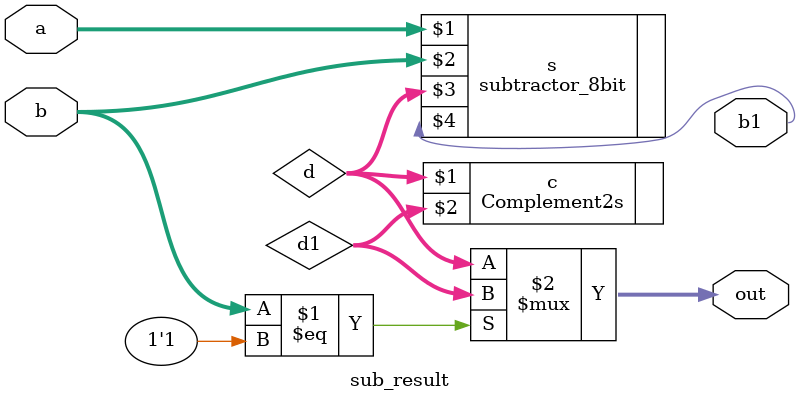
<source format=v>
`timescale 1ns/1ps
module sub_result(a,b,out,b1);
input [7:0]a,b;
output [7:0]out;
output b1;
wire [7:0]d;
wire [7:0]d1;
subtractor_8bit s(a,b,d,b1);
Complement2s c(d,d1);
assign out=(b==1'b1)?d1:d;
endmodule
</source>
